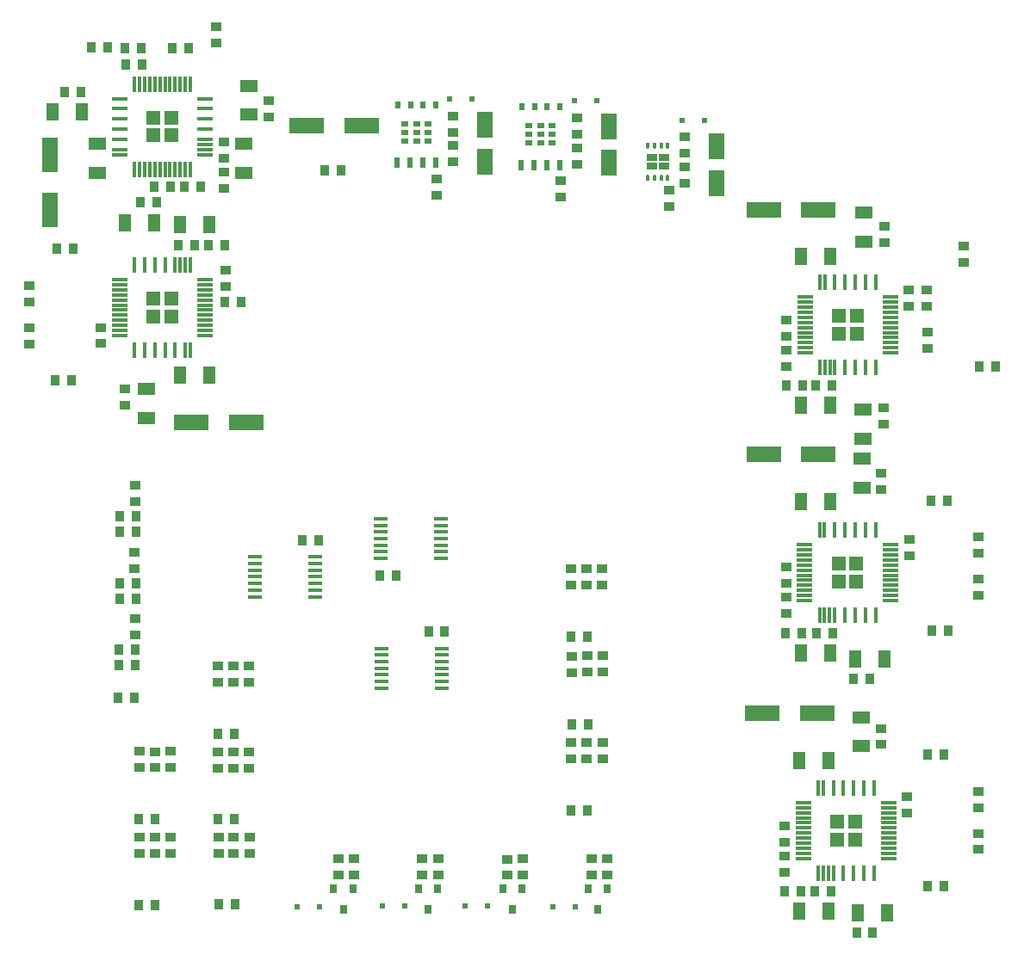
<source format=gtp>
%TF.GenerationSoftware,KiCad,Pcbnew,5.0.0-rc2-dev-unknown-bf135b0~64~ubuntu18.04.1*%
%TF.CreationDate,2018-05-03T18:07:44-07:00*%
%TF.ProjectId,PrntrBoardV1,50726E7472426F61726456312E6B6963,rev?*%
%TF.SameCoordinates,Original*%
%TF.FileFunction,Paste,Top*%
%TF.FilePolarity,Positive*%
%FSLAX46Y46*%
G04 Gerber Fmt 4.6, Leading zero omitted, Abs format (unit mm)*
G04 Created by KiCad (PCBNEW 5.0.0-rc2-dev-unknown-bf135b0~64~ubuntu18.04.1) date Thu May  3 18:07:44 2018*
%MOMM*%
%LPD*%
G01*
G04 APERTURE LIST*
%ADD10R,1.500000X0.300000*%
%ADD11R,0.300000X1.500000*%
%ADD12R,1.350000X1.350000*%
%ADD13R,3.500000X1.600000*%
%ADD14R,0.820000X1.000000*%
%ADD15R,1.000000X0.820000*%
%ADD16R,1.600000X2.600000*%
%ADD17R,1.600000X3.500000*%
%ADD18R,1.220000X1.800000*%
%ADD19R,1.800000X1.220000*%
%ADD20R,0.500000X0.500000*%
%ADD21R,1.450000X0.450000*%
%ADD22R,0.800000X0.900000*%
%ADD23R,0.800000X0.500000*%
%ADD24R,0.500000X0.800000*%
%ADD25R,0.600000X1.050000*%
%ADD26O,0.300000X0.550000*%
%ADD27R,0.300000X0.200000*%
%ADD28R,1.000000X0.650000*%
G04 APERTURE END LIST*
D10*
X106704599Y-103507300D03*
X106704599Y-103007300D03*
X106704599Y-102507300D03*
X106704599Y-102007300D03*
X106704599Y-101507300D03*
X106704599Y-101007300D03*
X106704599Y-100507300D03*
X106704599Y-100007300D03*
X106704599Y-99507300D03*
X106704599Y-99007300D03*
X106704599Y-98507300D03*
X106704599Y-98007300D03*
D11*
X105254599Y-96557300D03*
X104254599Y-96557300D03*
X103254599Y-96557300D03*
X102254599Y-96557300D03*
X101254599Y-96557300D03*
X100254599Y-96557300D03*
X99754599Y-96557300D03*
D10*
X98304599Y-98007300D03*
X98304599Y-98507300D03*
X98304599Y-99007300D03*
X98304599Y-99507300D03*
X98304599Y-100007300D03*
X98304599Y-100507300D03*
X98304599Y-101007300D03*
X98304599Y-101507300D03*
X98304599Y-102007300D03*
X98304599Y-102507300D03*
X98304599Y-103007300D03*
X98304599Y-103507300D03*
D11*
X99754599Y-104957300D03*
X100254599Y-104957300D03*
X100754599Y-104957300D03*
X101254599Y-104957300D03*
X102254599Y-104957300D03*
X103254599Y-104957300D03*
X104254599Y-104957300D03*
X105254599Y-104957300D03*
D12*
X101629599Y-99882300D03*
X101629599Y-101632300D03*
X103379599Y-99882300D03*
X103379599Y-101632300D03*
D10*
X31106201Y-46546700D03*
X31106201Y-47046700D03*
X31106201Y-47546700D03*
X31106201Y-48046700D03*
X31106201Y-48546700D03*
X31106201Y-49046700D03*
X31106201Y-49546700D03*
X31106201Y-50046700D03*
X31106201Y-50546700D03*
X31106201Y-51046700D03*
X31106201Y-51546700D03*
X31106201Y-52046700D03*
D11*
X32556201Y-53496700D03*
X33556201Y-53496700D03*
X34556201Y-53496700D03*
X35556201Y-53496700D03*
X36556201Y-53496700D03*
X37556201Y-53496700D03*
X38056201Y-53496700D03*
D10*
X39506201Y-52046700D03*
X39506201Y-51546700D03*
X39506201Y-51046700D03*
X39506201Y-50546700D03*
X39506201Y-50046700D03*
X39506201Y-49546700D03*
X39506201Y-49046700D03*
X39506201Y-48546700D03*
X39506201Y-48046700D03*
X39506201Y-47546700D03*
X39506201Y-47046700D03*
X39506201Y-46546700D03*
D11*
X38056201Y-45096700D03*
X37556201Y-45096700D03*
X37056201Y-45096700D03*
X36556201Y-45096700D03*
X35556201Y-45096700D03*
X34556201Y-45096700D03*
X33556201Y-45096700D03*
X32556201Y-45096700D03*
D12*
X36181201Y-50171700D03*
X36181201Y-48421700D03*
X34431201Y-50171700D03*
X34431201Y-48421700D03*
D10*
X106843399Y-78127300D03*
X106843399Y-77627300D03*
X106843399Y-77127300D03*
X106843399Y-76627300D03*
X106843399Y-76127300D03*
X106843399Y-75627300D03*
X106843399Y-75127300D03*
X106843399Y-74627300D03*
X106843399Y-74127300D03*
X106843399Y-73627300D03*
X106843399Y-73127300D03*
X106843399Y-72627300D03*
D11*
X105393399Y-71177300D03*
X104393399Y-71177300D03*
X103393399Y-71177300D03*
X102393399Y-71177300D03*
X101393399Y-71177300D03*
X100393399Y-71177300D03*
X99893399Y-71177300D03*
D10*
X98443399Y-72627300D03*
X98443399Y-73127300D03*
X98443399Y-73627300D03*
X98443399Y-74127300D03*
X98443399Y-74627300D03*
X98443399Y-75127300D03*
X98443399Y-75627300D03*
X98443399Y-76127300D03*
X98443399Y-76627300D03*
X98443399Y-77127300D03*
X98443399Y-77627300D03*
X98443399Y-78127300D03*
D11*
X99893399Y-79577300D03*
X100393399Y-79577300D03*
X100893399Y-79577300D03*
X101393399Y-79577300D03*
X102393399Y-79577300D03*
X103393399Y-79577300D03*
X104393399Y-79577300D03*
X105393399Y-79577300D03*
D12*
X101768399Y-74502300D03*
X101768399Y-76252300D03*
X103518399Y-74502300D03*
X103518399Y-76252300D03*
D10*
X106856999Y-53754500D03*
X106856999Y-53254500D03*
X106856999Y-52754500D03*
X106856999Y-52254500D03*
X106856999Y-51754500D03*
X106856999Y-51254500D03*
X106856999Y-50754500D03*
X106856999Y-50254500D03*
X106856999Y-49754500D03*
X106856999Y-49254500D03*
X106856999Y-48754500D03*
X106856999Y-48254500D03*
D11*
X105406999Y-46804500D03*
X104406999Y-46804500D03*
X103406999Y-46804500D03*
X102406999Y-46804500D03*
X101406999Y-46804500D03*
X100406999Y-46804500D03*
X99906999Y-46804500D03*
D10*
X98456999Y-48254500D03*
X98456999Y-48754500D03*
X98456999Y-49254500D03*
X98456999Y-49754500D03*
X98456999Y-50254500D03*
X98456999Y-50754500D03*
X98456999Y-51254500D03*
X98456999Y-51754500D03*
X98456999Y-52254500D03*
X98456999Y-52754500D03*
X98456999Y-53254500D03*
X98456999Y-53754500D03*
D11*
X99906999Y-55204500D03*
X100406999Y-55204500D03*
X100906999Y-55204500D03*
X101406999Y-55204500D03*
X102406999Y-55204500D03*
X103406999Y-55204500D03*
X104406999Y-55204500D03*
X105406999Y-55204500D03*
D12*
X101781999Y-50129500D03*
X101781999Y-51879500D03*
X103531999Y-50129500D03*
X103531999Y-51879500D03*
D11*
X38046100Y-27285401D03*
X37546100Y-27285401D03*
X37046100Y-27285401D03*
X36546100Y-27285401D03*
X36046100Y-27285401D03*
X35546100Y-27285401D03*
X35046100Y-27285401D03*
X34546100Y-27285401D03*
X34046100Y-27285401D03*
X33546100Y-27285401D03*
X33046100Y-27285401D03*
X32546100Y-27285401D03*
D10*
X31096100Y-28735401D03*
X31096100Y-29735401D03*
X31096100Y-30735401D03*
X31096100Y-31735401D03*
X31096100Y-32735401D03*
X31096100Y-33735401D03*
X31096100Y-34235401D03*
D11*
X32546100Y-35685401D03*
X33046100Y-35685401D03*
X33546100Y-35685401D03*
X34046100Y-35685401D03*
X34546100Y-35685401D03*
X35046100Y-35685401D03*
X35546100Y-35685401D03*
X36046100Y-35685401D03*
X36546100Y-35685401D03*
X37046100Y-35685401D03*
X37546100Y-35685401D03*
X38046100Y-35685401D03*
D10*
X39496100Y-34235401D03*
X39496100Y-33735401D03*
X39496100Y-33235401D03*
X39496100Y-32735401D03*
X39496100Y-31735401D03*
X39496100Y-30735401D03*
X39496100Y-29735401D03*
X39496100Y-28735401D03*
D12*
X34421100Y-32360401D03*
X36171100Y-32360401D03*
X34421100Y-30610401D03*
X36171100Y-30610401D03*
D13*
X54864000Y-31369000D03*
X49464000Y-31369000D03*
D14*
X52832000Y-35750500D03*
X51232000Y-35750500D03*
D15*
X63830200Y-34975800D03*
X63830200Y-33375800D03*
X77025500Y-92126000D03*
X77025500Y-93726000D03*
X86652100Y-37058400D03*
X86652100Y-35458400D03*
X42291000Y-93015000D03*
X42291000Y-94615000D03*
X34569400Y-101409700D03*
X34569400Y-103009700D03*
X77089000Y-83528000D03*
X77089000Y-85128000D03*
X42291000Y-101384100D03*
X42291000Y-102984100D03*
X77025500Y-74981000D03*
X77025500Y-76581000D03*
X34607500Y-92989500D03*
X34607500Y-94589500D03*
X42291000Y-84582000D03*
X42291000Y-86182000D03*
X76034900Y-35179000D03*
X76034900Y-33579000D03*
D16*
X79184500Y-35070600D03*
X79184500Y-31470600D03*
X66979800Y-34918200D03*
X66979800Y-31318200D03*
X89801700Y-37026400D03*
X89801700Y-33426400D03*
D13*
X94400000Y-39650000D03*
X99800000Y-39650000D03*
X43560000Y-60640000D03*
X38160000Y-60640000D03*
X94250000Y-89200000D03*
X99650000Y-89200000D03*
D17*
X24231600Y-39690000D03*
X24231600Y-34290000D03*
D13*
X94400000Y-63750000D03*
X99800000Y-63750000D03*
D14*
X41452800Y-43180000D03*
X39852800Y-43180000D03*
D15*
X22225000Y-48704500D03*
X22225000Y-47104500D03*
D14*
X24892000Y-43535600D03*
X26492000Y-43535600D03*
D15*
X22225000Y-51308000D03*
X22225000Y-52908000D03*
X29210000Y-52844500D03*
X29210000Y-51244500D03*
X41503600Y-47193200D03*
X41503600Y-45593200D03*
D14*
X38430000Y-43180000D03*
X36830000Y-43180000D03*
X61455500Y-81153000D03*
X63055500Y-81153000D03*
X112115600Y-106222800D03*
X110515600Y-106222800D03*
X75489000Y-98742500D03*
X77089000Y-98742500D03*
X32639000Y-84442300D03*
X31039000Y-84442300D03*
X99390400Y-106730800D03*
X100990400Y-106730800D03*
D15*
X96469200Y-103276400D03*
X96469200Y-104876400D03*
X108500000Y-97400000D03*
X108500000Y-99000000D03*
X31597600Y-58902400D03*
X31597600Y-57302400D03*
X115506500Y-101028500D03*
X115506500Y-102628500D03*
D14*
X24739600Y-56489600D03*
X26339600Y-56489600D03*
D15*
X108700000Y-72136000D03*
X108700000Y-73736000D03*
X115506500Y-98501000D03*
X115506500Y-96901000D03*
D14*
X33096400Y-38963600D03*
X34696400Y-38963600D03*
X40767000Y-99631500D03*
X42367000Y-99631500D03*
X32969200Y-108064300D03*
X34569200Y-108064300D03*
X41452800Y-48717200D03*
X43052800Y-48717200D03*
X40843400Y-108038900D03*
X42443400Y-108038900D03*
X112115600Y-93319600D03*
X110515600Y-93319600D03*
X99568000Y-81381600D03*
X101168000Y-81381600D03*
D15*
X96621600Y-77825600D03*
X96621600Y-79425600D03*
X96469200Y-101904800D03*
X96469200Y-100304800D03*
D14*
X96444000Y-106730800D03*
X98044000Y-106730800D03*
D15*
X115506500Y-73469500D03*
X115506500Y-71869500D03*
D14*
X112522000Y-81127600D03*
X110922000Y-81127600D03*
X112471200Y-68326000D03*
X110871200Y-68326000D03*
D15*
X115506500Y-76009500D03*
X115506500Y-77609500D03*
D14*
X75565000Y-90297000D03*
X77165000Y-90297000D03*
X58242000Y-75628500D03*
X56642000Y-75628500D03*
X96583600Y-81381600D03*
X98183600Y-81381600D03*
X99542800Y-56997600D03*
X101142800Y-56997600D03*
D15*
X96621600Y-53467200D03*
X96621600Y-55067200D03*
X108650000Y-47550000D03*
X108650000Y-49150000D03*
X105968800Y-90703600D03*
X105968800Y-92303600D03*
X114096800Y-44843600D03*
X114096800Y-43243600D03*
X110490000Y-51689000D03*
X110490000Y-53289000D03*
X45770800Y-28930800D03*
X45770800Y-30530800D03*
X110426500Y-49149000D03*
X110426500Y-47549000D03*
D14*
X105130400Y-110845600D03*
X103530400Y-110845600D03*
X75501500Y-81661000D03*
X77101500Y-81661000D03*
X32956500Y-99631500D03*
X34556500Y-99631500D03*
D15*
X41300400Y-34594800D03*
X41300400Y-32994800D03*
D14*
X37439600Y-37439600D03*
X39039600Y-37439600D03*
X31674000Y-25400000D03*
X33274000Y-25400000D03*
X29895600Y-23723600D03*
X28295600Y-23723600D03*
X115582800Y-55067200D03*
X117182800Y-55067200D03*
X49073000Y-72199500D03*
X50673000Y-72199500D03*
X36258500Y-23749000D03*
X37858500Y-23749000D03*
D15*
X40538400Y-21640800D03*
X40538400Y-23240800D03*
X96621600Y-76428400D03*
X96621600Y-74828400D03*
D14*
X40754500Y-91249500D03*
X42354500Y-91249500D03*
X32664400Y-77952600D03*
X31064400Y-77952600D03*
X32664400Y-71323200D03*
X31064400Y-71323200D03*
D15*
X105968800Y-65595600D03*
X105968800Y-67195600D03*
D14*
X104825600Y-85852000D03*
X103225600Y-85852000D03*
X33210500Y-23749000D03*
X31610500Y-23749000D03*
D15*
X96621600Y-52120800D03*
X96621600Y-50520800D03*
X106299000Y-41326000D03*
X106299000Y-42926000D03*
X106172000Y-60782000D03*
X106172000Y-59182000D03*
X41300400Y-37566400D03*
X41300400Y-35966400D03*
D14*
X36068000Y-37439600D03*
X34468000Y-37439600D03*
X96596400Y-56997600D03*
X98196400Y-56997600D03*
X25679600Y-28092400D03*
X27279600Y-28092400D03*
D18*
X98087200Y-58928000D03*
X100947200Y-58928000D03*
X97927200Y-93850000D03*
X100787200Y-93850000D03*
X39893200Y-41148000D03*
X37033200Y-41148000D03*
X97927200Y-108712000D03*
X100787200Y-108712000D03*
X98079600Y-68350000D03*
X100939600Y-68350000D03*
D19*
X43281600Y-36032400D03*
X43281600Y-33172400D03*
D18*
X98079600Y-44250000D03*
X100939600Y-44250000D03*
D19*
X28854400Y-36032400D03*
X28854400Y-33172400D03*
D18*
X39870000Y-55940000D03*
X37010000Y-55940000D03*
X98079600Y-83312000D03*
X100939600Y-83312000D03*
D20*
X67287500Y-108204000D03*
X65087500Y-108204000D03*
X75765300Y-28930600D03*
X77965300Y-28930600D03*
X63560600Y-28778200D03*
X65760600Y-28778200D03*
X86398100Y-30886400D03*
X88598100Y-30886400D03*
X75860000Y-108267500D03*
X73660000Y-108267500D03*
X59118500Y-108204000D03*
X56918500Y-108204000D03*
X50777500Y-108267500D03*
X48577500Y-108267500D03*
D21*
X56775699Y-73985400D03*
X56775699Y-73335400D03*
X56775699Y-72685400D03*
X56775699Y-72035400D03*
X56775699Y-71385400D03*
X56775699Y-70735400D03*
X56775699Y-70085400D03*
X62675699Y-70085400D03*
X62675699Y-70735400D03*
X62675699Y-71385400D03*
X62675699Y-72035400D03*
X62675699Y-72685400D03*
X62675699Y-73335400D03*
X62675699Y-73985400D03*
X62723301Y-82833600D03*
X62723301Y-83483600D03*
X62723301Y-84133600D03*
X62723301Y-84783600D03*
X62723301Y-85433600D03*
X62723301Y-86083600D03*
X62723301Y-86733600D03*
X56823301Y-86733600D03*
X56823301Y-86083600D03*
X56823301Y-85433600D03*
X56823301Y-84783600D03*
X56823301Y-84133600D03*
X56823301Y-83483600D03*
X56823301Y-82833600D03*
X50312901Y-73842900D03*
X50312901Y-74492900D03*
X50312901Y-75142900D03*
X50312901Y-75792900D03*
X50312901Y-76442900D03*
X50312901Y-77092900D03*
X50312901Y-77742900D03*
X44412901Y-77742900D03*
X44412901Y-77092900D03*
X44412901Y-76442900D03*
X44412901Y-75792900D03*
X44412901Y-75142900D03*
X44412901Y-74492900D03*
X44412901Y-73842900D03*
D22*
X70673000Y-106521500D03*
X68773000Y-106521500D03*
X69723000Y-108521500D03*
X62357000Y-106489500D03*
X60457000Y-106489500D03*
X61407000Y-108489500D03*
X54036000Y-106521500D03*
X52136000Y-106521500D03*
X53086000Y-108521500D03*
X79055000Y-106521500D03*
X77155000Y-106521500D03*
X78105000Y-108521500D03*
D23*
X59133700Y-32050629D03*
X59133700Y-32900629D03*
X59133700Y-31200629D03*
X61433700Y-32050629D03*
X61433700Y-32900629D03*
X61433700Y-31200629D03*
X60283700Y-31200629D03*
X60283700Y-32900629D03*
D24*
X58403700Y-29350629D03*
X62163700Y-29350629D03*
X59683700Y-29350629D03*
D25*
X59643700Y-35070629D03*
X58373700Y-35070629D03*
X60923700Y-35070629D03*
X62193700Y-35070629D03*
D24*
X60883700Y-29350629D03*
D23*
X60283700Y-32050629D03*
X71338400Y-32256229D03*
X71338400Y-33106229D03*
X71338400Y-31406229D03*
X73638400Y-32256229D03*
X73638400Y-33106229D03*
X73638400Y-31406229D03*
X72488400Y-31406229D03*
X72488400Y-33106229D03*
D24*
X70608400Y-29556229D03*
X74368400Y-29556229D03*
X71888400Y-29556229D03*
D25*
X71848400Y-35276229D03*
X70578400Y-35276229D03*
X73128400Y-35276229D03*
X74398400Y-35276229D03*
D24*
X73088400Y-29556229D03*
D23*
X72488400Y-32256229D03*
D26*
X83035500Y-36500400D03*
X83685500Y-36500400D03*
D27*
X84335500Y-36700400D03*
D26*
X84985500Y-36500400D03*
X84985500Y-33400400D03*
X84335500Y-33400400D03*
D27*
X83685500Y-33200400D03*
X83035500Y-33200400D03*
D28*
X83385500Y-35400400D03*
X83385500Y-34500400D03*
X84635500Y-35400400D03*
X84635500Y-34500400D03*
D27*
X83035500Y-36700400D03*
X83685500Y-36700400D03*
D26*
X84335500Y-36500400D03*
D27*
X84985500Y-36700400D03*
X84985500Y-33200400D03*
X84335500Y-33200400D03*
D26*
X83685500Y-33400400D03*
X83035500Y-33400400D03*
D15*
X40767000Y-94615000D03*
X40767000Y-93015000D03*
X78613000Y-93726000D03*
X78613000Y-92126000D03*
X75438000Y-93675000D03*
X75438000Y-92075000D03*
X32588200Y-81495900D03*
X32588200Y-79895900D03*
D14*
X32639000Y-82918300D03*
X31039000Y-82918300D03*
D15*
X74460100Y-38379400D03*
X74460100Y-36779400D03*
X76034900Y-32207000D03*
X76034900Y-30607000D03*
X62420500Y-103505000D03*
X62420500Y-105105000D03*
X43815000Y-94627500D03*
X43815000Y-93027500D03*
X36068000Y-103009700D03*
X36068000Y-101409700D03*
X33020000Y-103009500D03*
X33020000Y-101409500D03*
X52578000Y-105156000D03*
X52578000Y-103556000D03*
X70739000Y-103556000D03*
X70739000Y-105156000D03*
X78613000Y-85166000D03*
X78613000Y-83566000D03*
X54102000Y-103556000D03*
X54102000Y-105156000D03*
X75565000Y-85217000D03*
X75565000Y-83617000D03*
X43840400Y-103009700D03*
X43840400Y-101409700D03*
X63830200Y-32029400D03*
X63830200Y-30429400D03*
D14*
X32524500Y-87693500D03*
X30924500Y-87693500D03*
D15*
X36131500Y-94551500D03*
X36131500Y-92951500D03*
X78549500Y-76607300D03*
X78549500Y-75007300D03*
X75501500Y-76581000D03*
X75501500Y-74981000D03*
X33083500Y-94551500D03*
X33083500Y-92951500D03*
X43815000Y-86169500D03*
X43815000Y-84569500D03*
X40767000Y-86169500D03*
X40767000Y-84569500D03*
X32562800Y-75006200D03*
X32562800Y-73406200D03*
D14*
X32664400Y-76428600D03*
X31064400Y-76428600D03*
D15*
X62255400Y-38227000D03*
X62255400Y-36627000D03*
X40792400Y-102984100D03*
X40792400Y-101384100D03*
X69215000Y-105168500D03*
X69215000Y-103568500D03*
X32613600Y-68376800D03*
X32613600Y-66776800D03*
D14*
X32664400Y-69799200D03*
X31064400Y-69799200D03*
D15*
X85077300Y-39344400D03*
X85077300Y-37744400D03*
X86652100Y-34086800D03*
X86652100Y-32486800D03*
X77533500Y-105156000D03*
X77533500Y-103556000D03*
X79057500Y-103556000D03*
X79057500Y-105156000D03*
X60833000Y-105105000D03*
X60833000Y-103505000D03*
D18*
X31633200Y-40944800D03*
X34493200Y-40944800D03*
D19*
X103987600Y-89611200D03*
X103987600Y-92471200D03*
D18*
X106273600Y-83921600D03*
X103413600Y-83921600D03*
X106542800Y-108864400D03*
X103682800Y-108864400D03*
D19*
X104089200Y-64196000D03*
X104089200Y-67056000D03*
X104267000Y-39939000D03*
X104267000Y-42799000D03*
X104140000Y-62169000D03*
X104140000Y-59309000D03*
D18*
X24521200Y-30073600D03*
X27381200Y-30073600D03*
D19*
X33680400Y-60162400D03*
X33680400Y-57302400D03*
X43789600Y-27467600D03*
X43789600Y-30327600D03*
M02*

</source>
